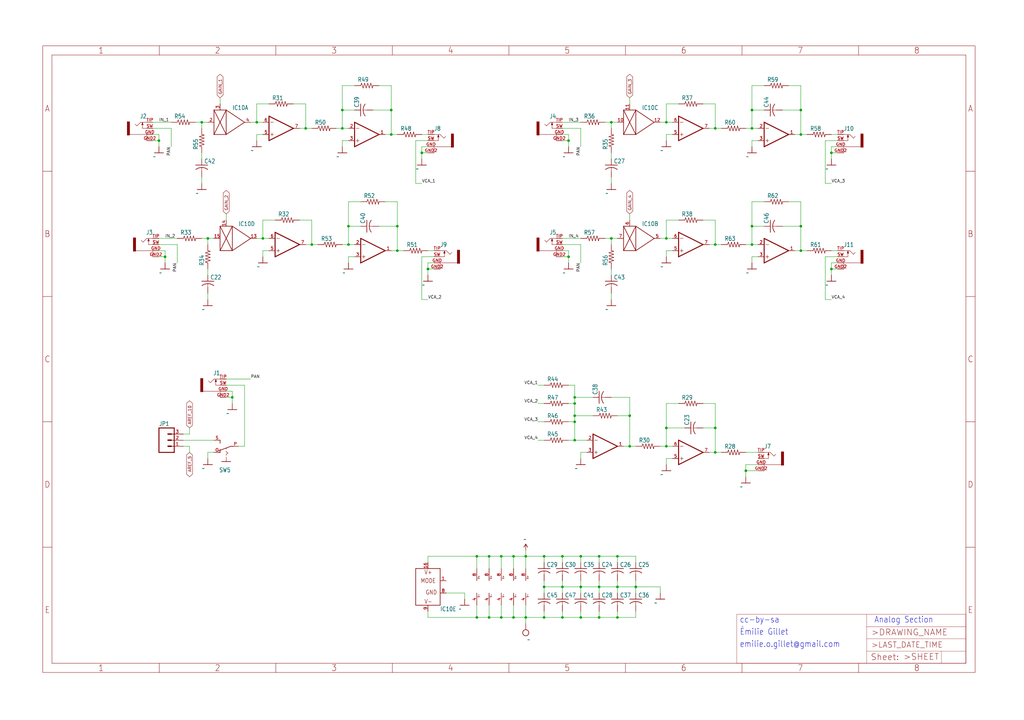
<source format=kicad_sch>
(kicad_sch (version 20211123) (generator eeschema)
  (paper "User" 425.45 299.161)
  (lib_symbols
    (symbol "frames_v03-eagle-import:A3L-LOC"
      (symbol "A3L-LOC_0_0"
        (text "1" (at 24.2094 1.905 0) (effects (font (size 2.54 2.286))))
        (text "1" (at 24.2094 258.445 0) (effects (font (size 2.54 2.286))))
        (text "2" (at 72.6281 1.905 0) (effects (font (size 2.54 2.286))))
        (text "2" (at 72.6281 258.445 0) (effects (font (size 2.54 2.286))))
        (text "3" (at 121.0469 1.905 0) (effects (font (size 2.54 2.286))))
        (text "3" (at 121.0469 258.445 0) (effects (font (size 2.54 2.286))))
        (text "4" (at 169.4656 1.905 0) (effects (font (size 2.54 2.286))))
        (text "4" (at 169.4656 258.445 0) (effects (font (size 2.54 2.286))))
        (text "5" (at 217.8844 1.905 0) (effects (font (size 2.54 2.286))))
        (text "5" (at 217.8844 258.445 0) (effects (font (size 2.54 2.286))))
        (text "6" (at 266.3031 1.905 0) (effects (font (size 2.54 2.286))))
        (text "6" (at 266.3031 258.445 0) (effects (font (size 2.54 2.286))))
        (text "7" (at 314.7219 1.905 0) (effects (font (size 2.54 2.286))))
        (text "7" (at 314.7219 258.445 0) (effects (font (size 2.54 2.286))))
        (text "8" (at 363.1406 1.905 0) (effects (font (size 2.54 2.286))))
        (text "8" (at 363.1406 258.445 0) (effects (font (size 2.54 2.286))))
        (text "A" (at 1.905 234.315 0) (effects (font (size 2.54 2.286))))
        (text "A" (at 385.445 234.315 0) (effects (font (size 2.54 2.286))))
        (text "B" (at 1.905 182.245 0) (effects (font (size 2.54 2.286))))
        (text "B" (at 385.445 182.245 0) (effects (font (size 2.54 2.286))))
        (text "C" (at 1.905 130.175 0) (effects (font (size 2.54 2.286))))
        (text "C" (at 385.445 130.175 0) (effects (font (size 2.54 2.286))))
        (text "D" (at 1.905 78.105 0) (effects (font (size 2.54 2.286))))
        (text "D" (at 385.445 78.105 0) (effects (font (size 2.54 2.286))))
        (text "E" (at 1.905 26.035 0) (effects (font (size 2.54 2.286))))
        (text "E" (at 385.445 26.035 0) (effects (font (size 2.54 2.286))))
      )
      (symbol "A3L-LOC_1_0"
        (text ">DRAWING_NAME" (at 344.17 15.24 0) (effects (font (size 2.54 2.54)) (justify left bottom)))
        (text ">LAST_DATE_TIME" (at 344.17 10.16 0) (effects (font (size 2.286 2.286)) (justify left bottom)))
        (text ">SHEET" (at 357.505 5.08 0) (effects (font (size 2.54 2.54)) (justify left bottom)))
        (text "Sheet:" (at 343.916 4.953 0) (effects (font (size 2.54 2.54)) (justify left bottom)))
      )
    )
    (symbol "frames_v03-eagle-import:C-USC0603"
      (property "Reference" "C" (at 1.016 0.635 0))
      (property "Value" "C-USC0603" (at 1.016 -4.191 0))
      (symbol "C-USC0603_1_0"
        (pin passive line (at 0 2.54 270) (length 2.54) (name "1") (number "1"))
        (pin passive line (at 0 -5.08 90) (length 2.54) (name "2") (number "2"))
      )
    )
    (symbol "frames_v03-eagle-import:GND" (power)
      (property "Value" "GND" (at -2.54 -2.54 0))
      (symbol "GND_1_0"
        (pin power_in line (at 0 2.54 270) (length 2.54) (name "GND") (number "1"))
      )
    )
    (symbol "frames_v03-eagle-import:M03PTH"
      (property "Reference" "JP" (at -2.54 5.842 0))
      (property "Value" "M03PTH" (at -2.54 -7.62 0))
      (symbol "M03PTH_1_0"
        (pin passive line (at 7.62 -2.54 180) (length 5.08) (name "1") (number "1"))
        (pin passive line (at 7.62 0 180) (length 5.08) (name "2") (number "2"))
        (pin passive line (at 7.62 2.54 180) (length 5.08) (name "3") (number "3"))
      )
    )
    (symbol "frames_v03-eagle-import:PJ301WQP"
      (property "Reference" "J" (at -2.54 4.064 0))
      (symbol "PJ301WQP_1_0"
        (pin passive line (at -5.08 -2.54 0) (length 2.54) (name "1") (number "GND"))
        (pin passive line (at -5.08 -5.08 0) (length 2.54) (name "4") (number "GND2"))
        (pin passive line (at -5.08 0 0) (length 2.54) (name "3") (number "SW"))
        (pin passive line (at -5.08 2.54 0) (length 2.54) (name "2") (number "TIP"))
      )
    )
    (symbol "frames_v03-eagle-import:R-US_R0603"
      (property "Reference" "R" (at -3.81 1.4986 0))
      (property "Value" "R-US_R0603" (at -3.81 -3.302 0))
      (symbol "R-US_R0603_1_0"
        (pin passive line (at -5.08 0 0) (length 2.54) (name "1") (number "1"))
        (pin passive line (at 5.08 0 180) (length 2.54) (name "2") (number "2"))
      )
    )
    (symbol "frames_v03-eagle-import:S-ON-ONSMALL_SLIDE"
      (property "Reference" "S" (at -6.35 -1.905 90))
      (property "Value" "S-ON-ONSMALL_SLIDE" (at -3.81 3.175 90))
      (symbol "S-ON-ONSMALL_SLIDE_1_0"
        (pin passive line (at 0 5.08 270) (length 2.54) (name "O") (number "O"))
        (pin passive line (at 2.54 -5.08 90) (length 2.54) (name "P") (number "P"))
        (pin passive line (at 5.08 5.08 270) (length 2.54) (name "S") (number "S"))
      )
    )
    (symbol "frames_v03-eagle-import:SSM2164S"
      (property "Reference" "IC" (at 5.08 -12.7 0))
      (property "Value" "SSM2164S" (at 5.08 -15.24 0))
      (symbol "SSM2164S_1_0"
        (pin input line (at -5.08 0 0) (length 2.54) (name "IN") (number "2"))
        (pin input line (at 0 7.62 270) (length 2.54) (name "CTRL") (number "3"))
        (pin output line (at 12.7 0 180) (length 2.54) (name "OUT") (number "4"))
      )
      (symbol "SSM2164S_2_0"
        (pin output line (at 12.7 0 180) (length 2.54) (name "OUT") (number "5"))
        (pin input line (at 0 7.62 270) (length 2.54) (name "CTRL") (number "6"))
        (pin input line (at -5.08 0 0) (length 2.54) (name "IN") (number "7"))
      )
      (symbol "SSM2164S_3_0"
        (pin input line (at -5.08 0 0) (length 2.54) (name "IN") (number "10"))
        (pin input line (at 0 7.62 270) (length 2.54) (name "CTRL") (number "11"))
        (pin output line (at 12.7 0 180) (length 2.54) (name "OUT") (number "12"))
      )
      (symbol "SSM2164S_4_0"
        (pin output line (at 12.7 0 180) (length 2.54) (name "OUT") (number "13"))
        (pin input line (at 0 7.62 270) (length 2.54) (name "CTRL") (number "14"))
        (pin input line (at -5.08 0 0) (length 2.54) (name "IN") (number "15"))
      )
      (symbol "SSM2164S_5_0"
        (text "GND" (at -1.016 -5.842 0) (effects (font (size 1.778 1.5113)) (justify left bottom)))
        (text "MODE" (at -3.048 -1.016 0) (effects (font (size 1.778 1.5113)) (justify left bottom)))
        (text "V+" (at -1.524 2.54 0) (effects (font (size 1.778 1.5113)) (justify left bottom)))
        (text "V-" (at -1.524 -9.652 0) (effects (font (size 1.778 1.5113)) (justify left bottom)))
        (pin input line (at 7.62 0 180) (length 2.54) (name "MODE") (number "1"))
        (pin power_in line (at 0 7.62 270) (length 2.54) (name "V+") (number "16"))
        (pin power_in line (at 7.62 -5.08 180) (length 2.54) (name "GND") (number "8"))
        (pin power_in line (at 0 -12.7 90) (length 2.54) (name "V-") (number "9"))
      )
    )
    (symbol "frames_v03-eagle-import:TL072D"
      (symbol "TL072D_1_0"
        (pin output line (at 7.62 0 180) (length 2.54) (name "OUT") (number "1"))
        (pin input line (at -7.62 -2.54 0) (length 2.54) (name "-IN") (number "2"))
        (pin input line (at -7.62 2.54 0) (length 2.54) (name "+IN") (number "3"))
      )
      (symbol "TL072D_2_0"
        (pin input line (at -7.62 2.54 0) (length 2.54) (name "+IN") (number "5"))
        (pin input line (at -7.62 -2.54 0) (length 2.54) (name "-IN") (number "6"))
        (pin output line (at 7.62 0 180) (length 2.54) (name "OUT") (number "7"))
      )
      (symbol "TL072D_3_0"
        (text "V+" (at 1.27 3.175 900) (effects (font (size 0.8128 0.6908)) (justify left bottom)))
        (text "V-" (at 1.27 -4.445 900) (effects (font (size 0.8128 0.6908)) (justify left bottom)))
        (pin power_in line (at 0 -7.62 90) (length 5.08) (name "V-") (number "4"))
        (pin power_in line (at 0 7.62 270) (length 5.08) (name "V+") (number "8"))
      )
    )
    (symbol "frames_v03-eagle-import:VCC" (power)
      (property "Value" "VCC" (at -1.016 3.556 0))
      (symbol "VCC_1_0"
        (pin power_in line (at 0 0 90) (length 2.54) (name "VCC") (number "1"))
      )
    )
    (symbol "frames_v03-eagle-import:VEE" (power)
      (property "Value" "VEE" (at -1.905 3.175 0))
      (symbol "VEE_1_0"
        (pin power_in line (at 0 -2.54 90) (length 2.54) (name "VEE") (number "1"))
      )
    )
  )
  (junction (at 264.16 243.84))
  (junction (at 345.44 111.76))
  (junction (at 256.54 243.84))
  (junction (at 162.56 55.88))
  (junction (at 203.2 231.14))
  (junction (at 208.28 256.54))
  (junction (at 332.74 93.98))
  (junction (at 238.76 175.26))
  (junction (at 332.74 45.72))
  (junction (at 86.36 99.06))
  (junction (at 297.18 53.34))
  (junction (at 312.42 45.72))
  (junction (at 213.36 256.54))
  (junction (at 218.44 256.54))
  (junction (at 256.54 231.14))
  (junction (at 175.26 63.5))
  (junction (at 254 99.06))
  (junction (at 332.74 55.88))
  (junction (at 276.86 50.8))
  (junction (at 165.1 104.14))
  (junction (at 309.88 195.58))
  (junction (at 241.3 243.84))
  (junction (at 127 53.34))
  (junction (at 312.42 93.98))
  (junction (at 226.06 256.54))
  (junction (at 226.06 243.84))
  (junction (at 165.1 93.98))
  (junction (at 83.82 50.8))
  (junction (at 248.92 243.84))
  (junction (at 261.62 185.42))
  (junction (at 236.22 106.68))
  (junction (at 332.74 104.14))
  (junction (at 256.54 256.54))
  (junction (at 254 50.8))
  (junction (at 276.86 185.42))
  (junction (at 297.18 101.6))
  (junction (at 144.78 93.98))
  (junction (at 198.12 231.14))
  (junction (at 248.92 256.54))
  (junction (at 233.68 256.54))
  (junction (at 203.2 256.54))
  (junction (at 142.24 45.72))
  (junction (at 233.68 231.14))
  (junction (at 198.12 256.54))
  (junction (at 66.04 58.42))
  (junction (at 238.76 165.1))
  (junction (at 213.36 231.14))
  (junction (at 312.42 53.34))
  (junction (at 218.44 231.14))
  (junction (at 241.3 231.14))
  (junction (at 208.28 231.14))
  (junction (at 276.86 177.8))
  (junction (at 129.54 101.6))
  (junction (at 238.76 167.64))
  (junction (at 162.56 45.72))
  (junction (at 248.92 231.14))
  (junction (at 177.8 111.76))
  (junction (at 312.42 101.6))
  (junction (at 236.22 58.42))
  (junction (at 109.22 99.06))
  (junction (at 233.68 243.84))
  (junction (at 144.78 101.6))
  (junction (at 238.76 172.72))
  (junction (at 68.58 106.68))
  (junction (at 96.52 165.1))
  (junction (at 345.44 63.5))
  (junction (at 276.86 99.06))
  (junction (at 226.06 231.14))
  (junction (at 142.24 53.34))
  (junction (at 241.3 256.54))
  (junction (at 261.62 172.72))
  (junction (at 297.18 187.96))
  (junction (at 297.18 177.8))
  (junction (at 106.68 50.8))
  (junction (at 238.76 182.88))
  (wire (pts (xy 142.24 58.42) (xy 142.24 60.96)))
  (wire (pts (xy 297.18 101.6) (xy 294.64 101.6)))
  (wire (pts (xy 154.94 45.72) (xy 162.56 45.72)))
  (wire (pts (xy 233.68 53.34) (xy 241.3 53.34)))
  (wire (pts (xy 86.36 114.3) (xy 86.36 111.76)))
  (wire (pts (xy 241.3 187.96) (xy 241.3 190.5)))
  (wire (pts (xy 147.32 45.72) (xy 142.24 45.72)))
  (wire (pts (xy 106.68 99.06) (xy 109.22 99.06)))
  (wire (pts (xy 236.22 58.42) (xy 236.22 60.96)))
  (wire (pts (xy 66.04 106.68) (xy 68.58 106.68)))
  (wire (pts (xy 93.98 160.02) (xy 101.6 160.02)))
  (wire (pts (xy 292.1 43.18) (xy 297.18 43.18)))
  (wire (pts (xy 93.98 91.44) (xy 93.98 88.9)))
  (wire (pts (xy 63.5 58.42) (xy 66.04 58.42)))
  (wire (pts (xy 248.92 243.84) (xy 248.92 246.38)))
  (wire (pts (xy 276.86 50.8) (xy 279.4 50.8)))
  (wire (pts (xy 66.04 99.06) (xy 73.66 99.06)))
  (wire (pts (xy 312.42 93.98) (xy 312.42 101.6)))
  (wire (pts (xy 175.26 55.88) (xy 177.8 55.88)))
  (wire (pts (xy 147.32 106.68) (xy 144.78 106.68)))
  (wire (pts (xy 218.44 251.46) (xy 218.44 256.54)))
  (wire (pts (xy 76.2 182.88) (xy 88.9 182.88)))
  (wire (pts (xy 111.76 104.14) (xy 109.22 104.14)))
  (wire (pts (xy 274.32 243.84) (xy 274.32 246.38)))
  (wire (pts (xy 86.36 101.6) (xy 86.36 99.06)))
  (wire (pts (xy 332.74 55.88) (xy 335.28 55.88)))
  (wire (pts (xy 238.76 172.72) (xy 238.76 175.26)))
  (wire (pts (xy 309.88 193.04) (xy 309.88 195.58)))
  (wire (pts (xy 127 53.34) (xy 129.54 53.34)))
  (wire (pts (xy 243.84 187.96) (xy 241.3 187.96)))
  (wire (pts (xy 332.74 35.56) (xy 332.74 45.72)))
  (wire (pts (xy 83.82 66.04) (xy 83.82 63.5)))
  (wire (pts (xy 297.18 101.6) (xy 299.72 101.6)))
  (wire (pts (xy 144.78 93.98) (xy 144.78 101.6)))
  (wire (pts (xy 66.04 55.88) (xy 66.04 58.42)))
  (wire (pts (xy 165.1 83.82) (xy 165.1 93.98)))
  (wire (pts (xy 109.22 55.88) (xy 106.68 55.88)))
  (wire (pts (xy 327.66 83.82) (xy 332.74 83.82)))
  (wire (pts (xy 93.98 157.48) (xy 104.14 157.48)))
  (wire (pts (xy 177.8 58.42) (xy 172.72 58.42)))
  (wire (pts (xy 63.5 53.34) (xy 71.12 53.34)))
  (wire (pts (xy 88.9 187.96) (xy 86.36 187.96)))
  (wire (pts (xy 233.68 99.06) (xy 241.3 99.06)))
  (wire (pts (xy 312.42 83.82) (xy 312.42 93.98)))
  (wire (pts (xy 81.28 50.8) (xy 83.82 50.8)))
  (wire (pts (xy 233.68 58.42) (xy 236.22 58.42)))
  (wire (pts (xy 73.66 101.6) (xy 73.66 109.22)))
  (wire (pts (xy 233.68 50.8) (xy 241.3 50.8)))
  (wire (pts (xy 332.74 93.98) (xy 332.74 104.14)))
  (wire (pts (xy 241.3 53.34) (xy 241.3 60.96)))
  (wire (pts (xy 276.86 50.8) (xy 276.86 43.18)))
  (wire (pts (xy 83.82 73.66) (xy 83.82 76.2)))
  (wire (pts (xy 264.16 256.54) (xy 264.16 254)))
  (wire (pts (xy 309.88 53.34) (xy 312.42 53.34)))
  (wire (pts (xy 226.06 160.02) (xy 223.52 160.02)))
  (wire (pts (xy 101.6 185.42) (xy 99.06 185.42)))
  (wire (pts (xy 261.62 43.18) (xy 261.62 40.64)))
  (wire (pts (xy 236.22 160.02) (xy 238.76 160.02)))
  (wire (pts (xy 233.68 256.54) (xy 233.68 254)))
  (wire (pts (xy 345.44 63.5) (xy 345.44 66.04)))
  (wire (pts (xy 297.18 91.44) (xy 297.18 101.6)))
  (wire (pts (xy 144.78 101.6) (xy 147.32 101.6)))
  (wire (pts (xy 66.04 58.42) (xy 66.04 60.96)))
  (wire (pts (xy 68.58 106.68) (xy 68.58 109.22)))
  (wire (pts (xy 142.24 53.34) (xy 144.78 53.34)))
  (wire (pts (xy 160.02 83.82) (xy 165.1 83.82)))
  (wire (pts (xy 254 50.8) (xy 256.54 50.8)))
  (wire (pts (xy 175.26 60.96) (xy 175.26 63.5)))
  (wire (pts (xy 276.86 91.44) (xy 281.94 91.44)))
  (wire (pts (xy 248.92 241.3) (xy 248.92 243.84)))
  (wire (pts (xy 256.54 246.38) (xy 256.54 243.84)))
  (wire (pts (xy 345.44 55.88) (xy 347.98 55.88)))
  (wire (pts (xy 238.76 165.1) (xy 238.76 167.64)))
  (wire (pts (xy 332.74 104.14) (xy 335.28 104.14)))
  (wire (pts (xy 345.44 111.76) (xy 345.44 114.3)))
  (wire (pts (xy 297.18 177.8) (xy 297.18 167.64)))
  (wire (pts (xy 254 165.1) (xy 261.62 165.1)))
  (wire (pts (xy 177.8 256.54) (xy 198.12 256.54)))
  (wire (pts (xy 254 53.34) (xy 254 50.8)))
  (wire (pts (xy 276.86 43.18) (xy 281.94 43.18)))
  (wire (pts (xy 241.3 101.6) (xy 241.3 109.22)))
  (wire (pts (xy 233.68 231.14) (xy 241.3 231.14)))
  (wire (pts (xy 281.94 167.64) (xy 276.86 167.64)))
  (wire (pts (xy 292.1 167.64) (xy 297.18 167.64)))
  (wire (pts (xy 109.22 99.06) (xy 111.76 99.06)))
  (wire (pts (xy 175.26 63.5) (xy 175.26 66.04)))
  (wire (pts (xy 83.82 50.8) (xy 86.36 50.8)))
  (wire (pts (xy 325.12 93.98) (xy 332.74 93.98)))
  (wire (pts (xy 347.98 111.76) (xy 345.44 111.76)))
  (wire (pts (xy 144.78 58.42) (xy 142.24 58.42)))
  (wire (pts (xy 127 101.6) (xy 129.54 101.6)))
  (wire (pts (xy 317.5 93.98) (xy 312.42 93.98)))
  (wire (pts (xy 180.34 111.76) (xy 177.8 111.76)))
  (wire (pts (xy 254 101.6) (xy 254 99.06)))
  (wire (pts (xy 251.46 50.8) (xy 254 50.8)))
  (wire (pts (xy 248.92 231.14) (xy 256.54 231.14)))
  (wire (pts (xy 177.8 63.5) (xy 175.26 63.5)))
  (wire (pts (xy 309.88 195.58) (xy 309.88 198.12)))
  (wire (pts (xy 274.32 50.8) (xy 276.86 50.8)))
  (wire (pts (xy 66.04 104.14) (xy 68.58 104.14)))
  (wire (pts (xy 213.36 256.54) (xy 208.28 256.54)))
  (wire (pts (xy 198.12 231.14) (xy 203.2 231.14)))
  (wire (pts (xy 172.72 76.2) (xy 175.26 76.2)))
  (wire (pts (xy 345.44 109.22) (xy 345.44 111.76)))
  (wire (pts (xy 248.92 256.54) (xy 256.54 256.54)))
  (wire (pts (xy 127 43.18) (xy 127 53.34)))
  (wire (pts (xy 342.9 106.68) (xy 342.9 124.46)))
  (wire (pts (xy 106.68 50.8) (xy 106.68 43.18)))
  (wire (pts (xy 345.44 104.14) (xy 347.98 104.14)))
  (wire (pts (xy 312.42 101.6) (xy 314.96 101.6)))
  (wire (pts (xy 142.24 35.56) (xy 142.24 45.72)))
  (wire (pts (xy 327.66 35.56) (xy 332.74 35.56)))
  (wire (pts (xy 347.98 109.22) (xy 345.44 109.22)))
  (wire (pts (xy 218.44 256.54) (xy 213.36 256.54)))
  (wire (pts (xy 248.92 231.14) (xy 248.92 233.68)))
  (wire (pts (xy 241.3 231.14) (xy 248.92 231.14)))
  (wire (pts (xy 68.58 104.14) (xy 68.58 106.68)))
  (wire (pts (xy 236.22 55.88) (xy 236.22 58.42)))
  (wire (pts (xy 177.8 104.14) (xy 180.34 104.14)))
  (wire (pts (xy 314.96 58.42) (xy 312.42 58.42)))
  (wire (pts (xy 299.72 187.96) (xy 297.18 187.96)))
  (wire (pts (xy 241.3 243.84) (xy 248.92 243.84)))
  (wire (pts (xy 198.12 236.22) (xy 198.12 231.14)))
  (wire (pts (xy 226.06 167.64) (xy 223.52 167.64)))
  (wire (pts (xy 213.36 236.22) (xy 213.36 231.14)))
  (wire (pts (xy 297.18 177.8) (xy 297.18 187.96)))
  (wire (pts (xy 256.54 243.84) (xy 264.16 243.84)))
  (wire (pts (xy 276.86 167.64) (xy 276.86 177.8)))
  (wire (pts (xy 342.9 76.2) (xy 345.44 76.2)))
  (wire (pts (xy 276.86 99.06) (xy 279.4 99.06)))
  (wire (pts (xy 238.76 182.88) (xy 243.84 182.88)))
  (wire (pts (xy 104.14 50.8) (xy 106.68 50.8)))
  (wire (pts (xy 177.8 233.68) (xy 177.8 231.14)))
  (wire (pts (xy 256.54 233.68) (xy 256.54 231.14)))
  (wire (pts (xy 238.76 167.64) (xy 238.76 172.72)))
  (wire (pts (xy 297.18 53.34) (xy 299.72 53.34)))
  (wire (pts (xy 218.44 231.14) (xy 226.06 231.14)))
  (wire (pts (xy 347.98 63.5) (xy 345.44 63.5)))
  (wire (pts (xy 254 99.06) (xy 256.54 99.06)))
  (wire (pts (xy 185.42 246.38) (xy 193.04 246.38)))
  (wire (pts (xy 256.54 231.14) (xy 264.16 231.14)))
  (wire (pts (xy 162.56 45.72) (xy 162.56 55.88)))
  (wire (pts (xy 241.3 243.84) (xy 241.3 246.38)))
  (wire (pts (xy 218.44 259.08) (xy 218.44 256.54)))
  (wire (pts (xy 233.68 256.54) (xy 241.3 256.54)))
  (wire (pts (xy 208.28 231.14) (xy 203.2 231.14)))
  (wire (pts (xy 241.3 233.68) (xy 241.3 231.14)))
  (wire (pts (xy 297.18 187.96) (xy 294.64 187.96)))
  (wire (pts (xy 317.5 35.56) (xy 312.42 35.56)))
  (wire (pts (xy 162.56 35.56) (xy 162.56 45.72)))
  (wire (pts (xy 279.4 104.14) (xy 276.86 104.14)))
  (wire (pts (xy 238.76 160.02) (xy 238.76 165.1)))
  (wire (pts (xy 91.44 43.18) (xy 91.44 40.64)))
  (wire (pts (xy 238.76 175.26) (xy 238.76 182.88)))
  (wire (pts (xy 261.62 185.42) (xy 264.16 185.42)))
  (wire (pts (xy 160.02 55.88) (xy 162.56 55.88)))
  (wire (pts (xy 233.68 243.84) (xy 233.68 246.38)))
  (wire (pts (xy 256.54 241.3) (xy 256.54 243.84)))
  (wire (pts (xy 342.9 124.46) (xy 345.44 124.46)))
  (wire (pts (xy 162.56 104.14) (xy 165.1 104.14)))
  (wire (pts (xy 157.48 93.98) (xy 165.1 93.98)))
  (wire (pts (xy 203.2 236.22) (xy 203.2 231.14)))
  (wire (pts (xy 241.3 241.3) (xy 241.3 243.84)))
  (wire (pts (xy 314.96 195.58) (xy 309.88 195.58)))
  (wire (pts (xy 218.44 236.22) (xy 218.44 231.14)))
  (wire (pts (xy 96.52 165.1) (xy 96.52 167.64)))
  (wire (pts (xy 83.82 53.34) (xy 83.82 50.8)))
  (wire (pts (xy 254 66.04) (xy 254 63.5)))
  (wire (pts (xy 312.42 35.56) (xy 312.42 45.72)))
  (wire (pts (xy 332.74 83.82) (xy 332.74 93.98)))
  (wire (pts (xy 312.42 106.68) (xy 312.42 109.22)))
  (wire (pts (xy 78.74 180.34) (xy 78.74 177.8)))
  (wire (pts (xy 256.54 172.72) (xy 261.62 172.72)))
  (wire (pts (xy 124.46 53.34) (xy 127 53.34)))
  (wire (pts (xy 309.88 187.96) (xy 314.96 187.96)))
  (wire (pts (xy 76.2 180.34) (xy 78.74 180.34)))
  (wire (pts (xy 139.7 53.34) (xy 142.24 53.34)))
  (wire (pts (xy 226.06 231.14) (xy 233.68 231.14)))
  (wire (pts (xy 309.88 101.6) (xy 312.42 101.6)))
  (wire (pts (xy 144.78 83.82) (xy 144.78 93.98)))
  (wire (pts (xy 226.06 256.54) (xy 226.06 254)))
  (wire (pts (xy 274.32 99.06) (xy 276.86 99.06)))
  (wire (pts (xy 86.36 99.06) (xy 88.9 99.06)))
  (wire (pts (xy 248.92 243.84) (xy 256.54 243.84)))
  (wire (pts (xy 325.12 45.72) (xy 332.74 45.72)))
  (wire (pts (xy 177.8 111.76) (xy 177.8 114.3)))
  (wire (pts (xy 226.06 243.84) (xy 226.06 246.38)))
  (wire (pts (xy 256.54 254) (xy 256.54 256.54)))
  (wire (pts (xy 218.44 256.54) (xy 226.06 256.54)))
  (wire (pts (xy 175.26 106.68) (xy 175.26 124.46)))
  (wire (pts (xy 254 114.3) (xy 254 111.76)))
  (wire (pts (xy 251.46 99.06) (xy 254 99.06)))
  (wire (pts (xy 276.86 55.88) (xy 276.86 58.42)))
  (wire (pts (xy 83.82 99.06) (xy 86.36 99.06)))
  (wire (pts (xy 106.68 43.18) (xy 111.76 43.18)))
  (wire (pts (xy 162.56 55.88) (xy 165.1 55.88)))
  (wire (pts (xy 345.44 60.96) (xy 345.44 63.5)))
  (wire (pts (xy 109.22 99.06) (xy 109.22 91.44)))
  (wire (pts (xy 226.06 256.54) (xy 233.68 256.54)))
  (wire (pts (xy 292.1 91.44) (xy 297.18 91.44)))
  (wire (pts (xy 208.28 251.46) (xy 208.28 256.54)))
  (wire (pts (xy 180.34 106.68) (xy 175.26 106.68)))
  (wire (pts (xy 198.12 256.54) (xy 203.2 256.54)))
  (wire (pts (xy 71.12 53.34) (xy 71.12 60.96)))
  (wire (pts (xy 274.32 185.42) (xy 276.86 185.42)))
  (wire (pts (xy 264.16 243.84) (xy 274.32 243.84)))
  (wire (pts (xy 347.98 60.96) (xy 345.44 60.96)))
  (wire (pts (xy 276.86 190.5) (xy 276.86 193.04)))
  (wire (pts (xy 292.1 177.8) (xy 297.18 177.8)))
  (wire (pts (xy 213.36 231.14) (xy 208.28 231.14)))
  (wire (pts (xy 177.8 109.22) (xy 177.8 111.76)))
  (wire (pts (xy 124.46 91.44) (xy 129.54 91.44)))
  (wire (pts (xy 276.86 185.42) (xy 279.4 185.42)))
  (wire (pts (xy 233.68 101.6) (xy 241.3 101.6)))
  (wire (pts (xy 226.06 231.14) (xy 226.06 233.68)))
  (wire (pts (xy 78.74 185.42) (xy 78.74 187.96)))
  (wire (pts (xy 284.48 177.8) (xy 276.86 177.8)))
  (wire (pts (xy 279.4 55.88) (xy 276.86 55.88)))
  (wire (pts (xy 177.8 254) (xy 177.8 256.54)))
  (wire (pts (xy 142.24 45.72) (xy 142.24 53.34)))
  (wire (pts (xy 193.04 246.38) (xy 193.04 248.92)))
  (wire (pts (xy 259.08 185.42) (xy 261.62 185.42)))
  (wire (pts (xy 314.96 106.68) (xy 312.42 106.68)))
  (wire (pts (xy 96.52 162.56) (xy 96.52 165.1)))
  (wire (pts (xy 233.68 241.3) (xy 233.68 243.84)))
  (wire (pts (xy 248.92 254) (xy 248.92 256.54)))
  (wire (pts (xy 142.24 101.6) (xy 144.78 101.6)))
  (wire (pts (xy 218.44 231.14) (xy 213.36 231.14)))
  (wire (pts (xy 93.98 165.1) (xy 96.52 165.1)))
  (wire (pts (xy 218.44 228.6) (xy 218.44 231.14)))
  (wire (pts (xy 294.64 53.34) (xy 297.18 53.34)))
  (wire (pts (xy 208.28 231.14) (xy 208.28 236.22)))
  (wire (pts (xy 312.42 45.72) (xy 312.42 53.34)))
  (wire (pts (xy 149.86 93.98) (xy 144.78 93.98)))
  (wire (pts (xy 317.5 45.72) (xy 312.42 45.72)))
  (wire (pts (xy 314.96 193.04) (xy 309.88 193.04)))
  (wire (pts (xy 312.42 58.42) (xy 312.42 60.96)))
  (wire (pts (xy 261.62 185.42) (xy 261.62 172.72)))
  (wire (pts (xy 157.48 35.56) (xy 162.56 35.56)))
  (wire (pts (xy 203.2 256.54) (xy 208.28 256.54)))
  (wire (pts (xy 241.3 254) (xy 241.3 256.54)))
  (wire (pts (xy 172.72 58.42) (xy 172.72 76.2)))
  (wire (pts (xy 254 73.66) (xy 254 76.2)))
  (wire (pts (xy 246.38 165.1) (xy 238.76 165.1)))
  (wire (pts (xy 312.42 53.34) (xy 314.96 53.34)))
  (wire (pts (xy 347.98 58.42) (xy 342.9 58.42)))
  (wire (pts (xy 121.92 43.18) (xy 127 43.18)))
  (wire (pts (xy 86.36 187.96) (xy 86.36 190.5)))
  (wire (pts (xy 226.06 243.84) (xy 233.68 243.84)))
  (wire (pts (xy 317.5 83.82) (xy 312.42 83.82)))
  (wire (pts (xy 109.22 104.14) (xy 109.22 106.68)))
  (wire (pts (xy 246.38 172.72) (xy 238.76 172.72)))
  (wire (pts (xy 261.62 165.1) (xy 261.62 172.72)))
  (wire (pts (xy 198.12 251.46) (xy 198.12 256.54)))
  (wire (pts (xy 180.34 109.22) (xy 177.8 109.22)))
  (wire (pts (xy 177.8 60.96) (xy 175.26 60.96)))
  (wire (pts (xy 106.68 50.8) (xy 109.22 50.8)))
  (wire (pts (xy 233.68 106.68) (xy 236.22 106.68)))
  (wire (pts (xy 101.6 160.02) (xy 101.6 185.42)))
  (wire (pts (xy 165.1 104.14) (xy 167.64 104.14)))
  (wire (pts (xy 264.16 231.14) (xy 264.16 233.68)))
  (wire (pts (xy 213.36 251.46) (xy 213.36 256.54)))
  (wire (pts (xy 106.68 55.88) (xy 106.68 58.42)))
  (wire (pts (xy 236.22 167.64) (xy 238.76 167.64)))
  (wire (pts (xy 256.54 256.54) (xy 264.16 256.54)))
  (wire (pts (xy 76.2 185.42) (xy 78.74 185.42)))
  (wire (pts (xy 203.2 251.46) (xy 203.2 256.54)))
  (wire (pts (xy 233.68 243.84) (xy 241.3 243.84)))
  (wire (pts (xy 147.32 35.56) (xy 142.24 35.56)))
  (wire (pts (xy 129.54 91.44) (xy 129.54 101.6)))
  (wire (pts (xy 129.54 101.6) (xy 132.08 101.6)))
  (wire (pts (xy 347.98 106.68) (xy 342.9 106.68)))
  (wire (pts (xy 93.98 162.56) (xy 96.52 162.56)))
  (wire (pts (xy 330.2 104.14) (xy 332.74 104.14)))
  (wire (pts (xy 276.86 177.8) (xy 276.86 185.42)))
  (wire (pts (xy 226.06 241.3) (xy 226.06 243.84)))
  (wire (pts (xy 342.9 58.42) (xy 342.9 76.2)))
  (wire (pts (xy 264.16 243.84) (xy 264.16 246.38)))
  (wire (pts (xy 144.78 106.68) (xy 144.78 109.22)))
  (wire (pts (xy 63.5 55.88) (xy 66.04 55.88)))
  (wire (pts (xy 276.86 104.14) (xy 276.86 106.68)))
  (wire (pts (xy 165.1 93.98) (xy 165.1 104.14)))
  (wire (pts (xy 149.86 83.82) (xy 144.78 83.82)))
  (wire (pts (xy 241.3 256.54) (xy 248.92 256.54)))
  (wire (pts (xy 226.06 182.88) (xy 223.52 182.88)))
  (wire (pts (xy 279.4 190.5) (xy 276.86 190.5)))
  (wire (pts (xy 236.22 175.26) (xy 238.76 175.26)))
  (wire (pts (xy 63.5 50.8) (xy 71.12 50.8)))
  (wire (pts (xy 261.62 91.44) (xy 261.62 88.9)))
  (wire (pts (xy 276.86 99.06) (xy 276.86 91.44)))
  (wire (pts (xy 109.22 91.44) (xy 114.3 91.44)))
  (wire (pts (xy 233.68 55.88) (xy 236.22 55.88)))
  (wire (pts (xy 226.06 175.26) (xy 223.52 175.26)))
  (wire (pts (xy 177.8 231.14) (xy 198.12 231.14)))
  (wire (pts (xy 330.2 55.88) (xy 332.74 55.88)))
  (wire (pts (xy 175.26 124.46) (xy 177.8 124.46)))
  (wire (pts (xy 236.22 104.14) (xy 236.22 106.68)))
  (wire (pts (xy 297.18 43.18) (xy 297.18 53.34)))
  (wire (pts (xy 236.22 182.88) (xy 238.76 182.88)))
  (wire (pts (xy 86.36 121.92) (xy 86.36 124.46)))
  (wire (pts (xy 254 121.92) (xy 254 124.46)))
  (wire (pts (xy 233.68 233.68) (xy 233.68 231.14)))
  (wire (pts (xy 264.16 241.3) (xy 264.16 243.84)))
  (wire (pts (xy 236.22 106.68) (xy 236.22 109.22)))
  (wire (pts (xy 233.68 104.14) (xy 236.22 104.14)))
  (wire (pts (xy 332.74 45.72) (xy 332.74 55.88)))
  (wire (pts (xy 66.04 101.6) (xy 73.66 101.6)))
  (text "emilie.o.gillet@gmail.com" (at 307.34 269.24 180) (effects (font (size 2.54 2.159)) (justify left bottom)))
  (text "Analog Section" (at 363.22 259.08 180) (effects (font (size 2.54 2.159)) (justify left bottom)))
  (text "Émilie Gillet" (at 307.34 264.16 180) (effects (font (size 2.54 2.159)) (justify left bottom)))
  (text "cc-by-sa" (at 307.34 259.08 180) (effects (font (size 2.54 2.159)) (justify left bottom)))
  (label "PAN" (at 241.3 109.22 270) (effects (font (size 1.2446 1.2446))))
  (label "VCA_1" (at 223.52 160.02 180) (effects (font (size 1.2446 1.2446))))
  (label "VCA_2" (at 223.52 167.64 180) (effects (font (size 1.2446 1.2446))))
  (label "VCA_2" (at 177.8 124.46 0) (effects (font (size 1.2446 1.2446))))
  (label "IN_3" (at 236.22 50.8 0) (effects (font (size 1.2446 1.2446))))
  (label "PAN" (at 71.12 60.96 270) (effects (font (size 1.2446 1.2446))))
  (label "PAN" (at 241.3 60.96 270) (effects (font (size 1.2446 1.2446))))
  (label "IN_1" (at 66.04 50.8 0) (effects (font (size 1.2446 1.2446))))
  (label "VCA_3" (at 345.44 76.2 0) (effects (font (size 1.2446 1.2446))))
  (label "IN_2" (at 68.58 99.06 0) (effects (font (size 1.2446 1.2446))))
  (label "PAN" (at 104.14 157.48 0) (effects (font (size 1.2446 1.2446))))
  (label "VCA_4" (at 223.52 182.88 180) (effects (font (size 1.2446 1.2446))))
  (label "VCA_1" (at 175.26 76.2 0) (effects (font (size 1.2446 1.2446))))
  (label "IN_4" (at 236.22 99.06 0) (effects (font (size 1.2446 1.2446))))
  (label "VCA_3" (at 223.52 175.26 180) (effects (font (size 1.2446 1.2446))))
  (label "VCA_4" (at 345.44 124.46 0) (effects (font (size 1.2446 1.2446))))
  (label "PAN" (at 73.66 109.22 270) (effects (font (size 1.2446 1.2446))))
  (global_label "AREF_5" (shape bidirectional) (at 78.74 187.96 270) (effects (font (size 1.2446 1.2446))) (property "Intersheet References" "${INTERSHEET_REFS}" (effects hide)))
  (global_label "GAIN_2" (shape bidirectional) (at 93.98 88.9 90) (effects (font (size 1.2446 1.2446))) (property "Intersheet References" "${INTERSHEET_REFS}" (effects hide)))
  (global_label "GAIN_4" (shape bidirectional) (at 261.62 88.9 90) (effects (font (size 1.2446 1.2446))) (property "Intersheet References" "${INTERSHEET_REFS}" (effects hide)))
  (global_label "GAIN_1" (shape bidirectional) (at 91.44 40.64 90) (effects (font (size 1.2446 1.2446))) (property "Intersheet References" "${INTERSHEET_REFS}" (effects hide)))
  (global_label "GAIN_3" (shape bidirectional) (at 261.62 40.64 90) (effects (font (size 1.2446 1.2446))) (property "Intersheet References" "${INTERSHEET_REFS}" (effects hide)))
  (global_label "AREF_10" (shape bidirectional) (at 78.74 177.8 90) (effects (font (size 1.2446 1.2446))) (property "Intersheet References" "${INTERSHEET_REFS}" (effects hide)))
  (symbol (lib_id "frames_v03-eagle-import:R-US_R0603") (at 254 58.42 90) (unit 1)
    (property "Reference" "R35" (at 252.5014 62.23 0) (effects (font (size 1.778 1.5113)) (justify left bottom)))
  )
  (symbol (lib_id "frames_v03-eagle-import:R-US_R0603") (at 287.02 43.18 0) (unit 1)
    (property "Reference" "R37" (at 283.21 41.6814 0) (effects (font (size 1.778 1.5113)) (justify left bottom)))
  )
  (symbol (lib_id "frames_v03-eagle-import:R-US_R0603") (at 322.58 83.82 0) (unit 1)
    (property "Reference" "R62" (at 318.77 82.3214 0) (effects (font (size 1.778 1.5113)) (justify left bottom)))
  )
  (symbol (lib_id "frames_v03-eagle-import:C-USC0603") (at 152.4 93.98 90) (unit 1)
    (property "Reference" "C40" (at 151.765 92.964 0) (effects (font (size 1.778 1.5113)) (justify left bottom)))
  )
  (symbol (lib_id "frames_v03-eagle-import:GND") (at 96.52 170.18 0) (unit 1)
    (property "Reference" "#GND13" (effects hide))
  )
  (symbol (lib_id "frames_v03-eagle-import:C-USC0603") (at 264.16 236.22 0) (unit 1)
    (property "Reference" "C25" (at 265.176 235.585 0) (effects (font (size 1.778 1.5113)) (justify left bottom)))
  )
  (symbol (lib_id "frames_v03-eagle-import:PJ301WQP") (at 60.96 101.6 0) (mirror y) (unit 1)
    (property "Reference" "J3" (at 63.5 97.536 0) (effects (font (size 1.778 1.5113)) (justify left bottom)))
  )
  (symbol (lib_id "frames_v03-eagle-import:C-USC0603") (at 254 68.58 0) (unit 1)
    (property "Reference" "C27" (at 255.016 67.945 0) (effects (font (size 1.778 1.5113)) (justify left bottom)))
  )
  (symbol (lib_id "frames_v03-eagle-import:M03PTH") (at 68.58 182.88 0) (unit 1)
    (property "Reference" "JP1" (at 66.04 177.038 0) (effects (font (size 1.778 1.5113)) (justify left bottom)))
  )
  (symbol (lib_id "frames_v03-eagle-import:R-US_R0603") (at 86.36 106.68 90) (unit 1)
    (property "Reference" "R34" (at 84.8614 110.49 0) (effects (font (size 1.778 1.5113)) (justify left bottom)))
  )
  (symbol (lib_id "frames_v03-eagle-import:GND") (at 177.8 116.84 0) (unit 1)
    (property "Reference" "#GND23" (effects hide))
  )
  (symbol (lib_id "frames_v03-eagle-import:R-US_R0603") (at 119.38 91.44 0) (unit 1)
    (property "Reference" "R32" (at 115.57 89.9414 0) (effects (font (size 1.778 1.5113)) (justify left bottom)))
  )
  (symbol (lib_id "frames_v03-eagle-import:R-US_R0603") (at 287.02 91.44 0) (unit 1)
    (property "Reference" "R38" (at 283.21 89.9414 0) (effects (font (size 1.778 1.5113)) (justify left bottom)))
  )
  (symbol (lib_id "frames_v03-eagle-import:C-USC0603") (at 83.82 68.58 0) (unit 1)
    (property "Reference" "C42" (at 84.836 67.945 0) (effects (font (size 1.778 1.5113)) (justify left bottom)))
  )
  (symbol (lib_id "frames_v03-eagle-import:C-USC0603") (at 233.68 236.22 0) (unit 1)
    (property "Reference" "C30" (at 234.696 235.585 0) (effects (font (size 1.778 1.5113)) (justify left bottom)))
  )
  (symbol (lib_id "frames_v03-eagle-import:GND") (at 312.42 111.76 0) (unit 1)
    (property "Reference" "#GND32" (effects hide))
  )
  (symbol (lib_id "frames_v03-eagle-import:GND") (at 68.58 111.76 0) (unit 1)
    (property "Reference" "#GND19" (effects hide))
  )
  (symbol (lib_id "frames_v03-eagle-import:R-US_R0603") (at 251.46 172.72 0) (unit 1)
    (property "Reference" "R43" (at 247.65 171.2214 0) (effects (font (size 1.778 1.5113)) (justify left bottom)))
  )
  (symbol (lib_id "frames_v03-eagle-import:C-USC0603") (at 320.04 93.98 90) (unit 1)
    (property "Reference" "C46" (at 319.405 92.964 0) (effects (font (size 1.778 1.5113)) (justify left bottom)))
  )
  (symbol (lib_id "frames_v03-eagle-import:GND") (at 276.86 60.96 0) (unit 1)
    (property "Reference" "#GND26" (effects hide))
  )
  (symbol (lib_id "frames_v03-eagle-import:SSM2164S") (at 93.98 99.06 0) (unit 4)
    (property "Reference" "IC10" (at 99.06 93.98 0) (effects (font (size 1.778 1.5113)) (justify left bottom)))
  )
  (symbol (lib_id "frames_v03-eagle-import:C-USC0603") (at 226.06 236.22 0) (unit 1)
    (property "Reference" "C29" (at 227.076 235.585 0) (effects (font (size 1.778 1.5113)) (justify left bottom)))
  )
  (symbol (lib_id "frames_v03-eagle-import:R-US_R0603") (at 269.24 185.42 0) (unit 1)
    (property "Reference" "R30" (at 265.43 183.9214 0) (effects (font (size 1.778 1.5113)) (justify left bottom)))
  )
  (symbol (lib_id "frames_v03-eagle-import:TL072D") (at 198.12 243.84 0) (unit 3)
    (property "Reference" "IC7" (effects hide))
  )
  (symbol (lib_id "frames_v03-eagle-import:R-US_R0603") (at 287.02 167.64 0) (unit 1)
    (property "Reference" "R29" (at 283.21 166.1414 0) (effects (font (size 1.778 1.5113)) (justify left bottom)))
  )
  (symbol (lib_id "frames_v03-eagle-import:GND") (at 254 78.74 0) (unit 1)
    (property "Reference" "#GND24" (effects hide))
  )
  (symbol (lib_id "frames_v03-eagle-import:SSM2164S") (at 261.62 99.06 0) (unit 2)
    (property "Reference" "IC10" (at 266.7 93.98 0) (effects (font (size 1.778 1.5113)) (justify left bottom)))
  )
  (symbol (lib_id "frames_v03-eagle-import:R-US_R0603") (at 322.58 35.56 0) (unit 1)
    (property "Reference" "R59" (at 318.77 34.0614 0) (effects (font (size 1.778 1.5113)) (justify left bottom)))
  )
  (symbol (lib_id "frames_v03-eagle-import:TL072D") (at 208.28 243.84 0) (unit 3)
    (property "Reference" "IC8" (effects hide))
  )
  (symbol (lib_id "frames_v03-eagle-import:C-USC0603") (at 248.92 165.1 90) (unit 1)
    (property "Reference" "C38" (at 248.285 164.084 0) (effects (font (size 1.778 1.5113)) (justify left bottom)))
  )
  (symbol (lib_id "frames_v03-eagle-import:TL072D") (at 203.2 243.84 0) (unit 3)
    (property "Reference" "IC12" (effects hide))
  )
  (symbol (lib_id "frames_v03-eagle-import:GND") (at 241.3 193.04 0) (unit 1)
    (property "Reference" "#GND42" (effects hide))
  )
  (symbol (lib_id "frames_v03-eagle-import:R-US_R0603") (at 304.8 53.34 0) (unit 1)
    (property "Reference" "R60" (at 300.99 51.8414 0) (effects (font (size 1.778 1.5113)) (justify left bottom)))
  )
  (symbol (lib_id "frames_v03-eagle-import:A3L-LOC") (at 17.78 279.4 0) (unit 1)
    (property "Reference" "#FRAME3" (effects hide))
  )
  (symbol (lib_id "frames_v03-eagle-import:R-US_R0603") (at 304.8 187.96 0) (unit 1)
    (property "Reference" "R28" (at 300.99 186.4614 0) (effects (font (size 1.778 1.5113)) (justify left bottom)))
  )
  (symbol (lib_id "frames_v03-eagle-import:TL072D") (at 322.58 104.14 0) (mirror x) (unit 1)
    (property "Reference" "IC12" (effects hide))
  )
  (symbol (lib_id "frames_v03-eagle-import:VEE") (at 218.44 261.62 180) (unit 1)
    (property "Reference" "#SUPPLY5" (effects hide))
  )
  (symbol (lib_id "frames_v03-eagle-import:TL072D") (at 119.38 101.6 0) (mirror x) (unit 2)
    (property "Reference" "IC9" (effects hide))
  )
  (symbol (lib_id "frames_v03-eagle-import:GND") (at 66.04 63.5 0) (unit 1)
    (property "Reference" "#GND14" (effects hide))
  )
  (symbol (lib_id "frames_v03-eagle-import:R-US_R0603") (at 231.14 175.26 0) (unit 1)
    (property "Reference" "R46" (at 227.33 173.7614 0) (effects (font (size 1.778 1.5113)) (justify left bottom)))
  )
  (symbol (lib_id "frames_v03-eagle-import:R-US_R0603") (at 76.2 50.8 0) (unit 1)
    (property "Reference" "R54" (at 72.39 49.3014 0) (effects (font (size 1.778 1.5113)) (justify left bottom)))
  )
  (symbol (lib_id "frames_v03-eagle-import:GND") (at 86.36 127 0) (unit 1)
    (property "Reference" "#GND18" (effects hide))
  )
  (symbol (lib_id "frames_v03-eagle-import:PJ301WQP") (at 228.6 101.6 0) (mirror y) (unit 1)
    (property "Reference" "J5" (at 231.14 97.536 0) (effects (font (size 1.778 1.5113)) (justify left bottom)))
  )
  (symbol (lib_id "frames_v03-eagle-import:TL072D") (at 322.58 55.88 0) (mirror x) (unit 1)
    (property "Reference" "IC11" (effects hide))
  )
  (symbol (lib_id "frames_v03-eagle-import:PJ301WQP") (at 353.06 58.42 0) (unit 1)
    (property "Reference" "J10" (at 350.52 54.356 0) (effects (font (size 1.778 1.5113)) (justify left bottom)))
  )
  (symbol (lib_id "frames_v03-eagle-import:GND") (at 345.44 116.84 0) (unit 1)
    (property "Reference" "#GND37" (effects hide))
  )
  (symbol (lib_id "frames_v03-eagle-import:PJ301WQP") (at 182.88 58.42 0) (unit 1)
    (property "Reference" "J8" (at 180.34 54.356 0) (effects (font (size 1.778 1.5113)) (justify left bottom)))
  )
  (symbol (lib_id "frames_v03-eagle-import:R-US_R0603") (at 116.84 43.18 0) (unit 1)
    (property "Reference" "R31" (at 113.03 41.6814 0) (effects (font (size 1.778 1.5113)) (justify left bottom)))
  )
  (symbol (lib_id "frames_v03-eagle-import:GND") (at 236.22 111.76 0) (unit 1)
    (property "Reference" "#GND30" (effects hide))
  )
  (symbol (lib_id "frames_v03-eagle-import:R-US_R0603") (at 78.74 99.06 0) (unit 1)
    (property "Reference" "R33" (at 74.93 97.5614 0) (effects (font (size 1.778 1.5113)) (justify left bottom)))
  )
  (symbol (lib_id "frames_v03-eagle-import:C-USC0603") (at 254 116.84 0) (unit 1)
    (property "Reference" "C43" (at 255.016 116.205 0) (effects (font (size 1.778 1.5113)) (justify left bottom)))
  )
  (symbol (lib_id "frames_v03-eagle-import:TL072D") (at 287.02 53.34 0) (mirror x) (unit 2)
    (property "Reference" "IC11" (effects hide))
  )
  (symbol (lib_id "frames_v03-eagle-import:TL072D") (at 287.02 187.96 0) (mirror x) (unit 2)
    (property "Reference" "IC7" (effects hide))
  )
  (symbol (lib_id "frames_v03-eagle-import:R-US_R0603") (at 246.38 99.06 0) (unit 1)
    (property "Reference" "R57" (at 242.57 97.5614 0) (effects (font (size 1.778 1.5113)) (justify left bottom)))
  )
  (symbol (lib_id "frames_v03-eagle-import:R-US_R0603") (at 154.94 83.82 0) (unit 1)
    (property "Reference" "R52" (at 151.13 82.3214 0) (effects (font (size 1.778 1.5113)) (justify left bottom)))
  )
  (symbol (lib_id "frames_v03-eagle-import:TL072D") (at 251.46 185.42 0) (mirror x) (unit 1)
    (property "Reference" "IC7" (effects hide))
  )
  (symbol (lib_id "frames_v03-eagle-import:R-US_R0603") (at 172.72 104.14 0) (unit 1)
    (property "Reference" "R51" (at 168.91 102.6414 0) (effects (font (size 1.778 1.5113)) (justify left bottom)))
  )
  (symbol (lib_id "frames_v03-eagle-import:GND") (at 106.68 60.96 0) (unit 1)
    (property "Reference" "#GND15" (effects hide))
  )
  (symbol (lib_id "frames_v03-eagle-import:R-US_R0603") (at 340.36 55.88 0) (unit 1)
    (property "Reference" "R58" (at 336.55 54.3814 0) (effects (font (size 1.778 1.5113)) (justify left bottom)))
  )
  (symbol (lib_id "frames_v03-eagle-import:GND") (at 86.36 193.04 0) (unit 1)
    (property "Reference" "#GND70" (effects hide))
  )
  (symbol (lib_id "frames_v03-eagle-import:C-USC0603") (at 256.54 236.22 0) (unit 1)
    (property "Reference" "C26" (at 257.556 235.585 0) (effects (font (size 1.778 1.5113)) (justify left bottom)))
  )
  (symbol (lib_id "frames_v03-eagle-import:C-USC0603") (at 248.92 236.22 0) (unit 1)
    (property "Reference" "C24" (at 249.936 235.585 0) (effects (font (size 1.778 1.5113)) (justify left bottom)))
  )
  (symbol (lib_id "frames_v03-eagle-import:R-US_R0603") (at 246.38 50.8 0) (unit 1)
    (property "Reference" "R36" (at 242.57 49.3014 0) (effects (font (size 1.778 1.5113)) (justify left bottom)))
  )
  (symbol (lib_id "frames_v03-eagle-import:C-USC0603") (at 287.02 177.8 90) (unit 1)
    (property "Reference" "C23" (at 286.385 176.784 0) (effects (font (size 1.778 1.5113)) (justify left bottom)))
  )
  (symbol (lib_id "frames_v03-eagle-import:PJ301WQP") (at 185.42 106.68 0) (unit 1)
    (property "Reference" "J9" (at 182.88 102.616 0) (effects (font (size 1.778 1.5113)) (justify left bottom)))
  )
  (symbol (lib_id "frames_v03-eagle-import:C-USC0603") (at 264.16 248.92 0) (unit 1)
    (property "Reference" "C36" (at 265.176 248.285 0) (effects (font (size 1.778 1.5113)) (justify left bottom)))
  )
  (symbol (lib_id "frames_v03-eagle-import:GND") (at 109.22 109.22 0) (unit 1)
    (property "Reference" "#GND20" (effects hide))
  )
  (symbol (lib_id "frames_v03-eagle-import:GND") (at 276.86 195.58 0) (unit 1)
    (property "Reference" "#GND45" (effects hide))
  )
  (symbol (lib_id "frames_v03-eagle-import:GND") (at 193.04 251.46 0) (unit 1)
    (property "Reference" "#GND49" (effects hide))
  )
  (symbol (lib_id "frames_v03-eagle-import:GND") (at 274.32 248.92 0) (unit 1)
    (property "Reference" "#GND38" (effects hide))
  )
  (symbol (lib_id "frames_v03-eagle-import:TL072D") (at 213.36 243.84 0) (unit 3)
    (property "Reference" "IC11" (effects hide))
  )
  (symbol (lib_id "frames_v03-eagle-import:GND") (at 276.86 109.22 0) (unit 1)
    (property "Reference" "#GND31" (effects hide))
  )
  (symbol (lib_id "frames_v03-eagle-import:S-ON-ONSMALL_SLIDE") (at 93.98 187.96 90) (unit 1)
    (property "Reference" "SW5" (at 95.885 194.31 90) (effects (font (size 1.778 1.5113)) (justify left bottom)))
  )
  (symbol (lib_id "frames_v03-eagle-import:C-USC0603") (at 149.86 45.72 90) (unit 1)
    (property "Reference" "C39" (at 149.225 44.704 0) (effects (font (size 1.778 1.5113)) (justify left bottom)))
  )
  (symbol (lib_id "frames_v03-eagle-import:GND") (at 142.24 63.5 0) (unit 1)
    (property "Reference" "#GND16" (effects hide))
  )
  (symbol (lib_id "frames_v03-eagle-import:GND") (at 254 127 0) (unit 1)
    (property "Reference" "#GND21" (effects hide))
  )
  (symbol (lib_id "frames_v03-eagle-import:R-US_R0603") (at 304.8 101.6 0) (unit 1)
    (property "Reference" "R63" (at 300.99 100.1014 0) (effects (font (size 1.778 1.5113)) (justify left bottom)))
  )
  (symbol (lib_id "frames_v03-eagle-import:GND") (at 309.88 200.66 0) (unit 1)
    (property "Reference" "#GND44" (effects hide))
  )
  (symbol (lib_id "frames_v03-eagle-import:R-US_R0603") (at 231.14 160.02 0) (unit 1)
    (property "Reference" "R44" (at 227.33 158.5214 0) (effects (font (size 1.778 1.5113)) (justify left bottom)))
  )
  (symbol (lib_id "frames_v03-eagle-import:R-US_R0603") (at 254 106.68 90) (unit 1)
    (property "Reference" "R56" (at 252.5014 110.49 0) (effects (font (size 1.778 1.5113)) (justify left bottom)))
  )
  (symbol (lib_id "frames_v03-eagle-import:R-US_R0603") (at 231.14 182.88 0) (unit 1)
    (property "Reference" "R45" (at 227.33 181.3814 0) (effects (font (size 1.778 1.5113)) (justify left bottom)))
  )
  (symbol (lib_id "frames_v03-eagle-import:R-US_R0603") (at 137.16 101.6 0) (unit 1)
    (property "Reference" "R53" (at 133.35 100.1014 0) (effects (font (size 1.778 1.5113)) (justify left bottom)))
  )
  (symbol (lib_id "frames_v03-eagle-import:GND") (at 175.26 68.58 0) (unit 1)
    (property "Reference" "#GND17" (effects hide))
  )
  (symbol (lib_id "frames_v03-eagle-import:C-USC0603") (at 320.04 45.72 90) (unit 1)
    (property "Reference" "C44" (at 319.405 44.704 0) (effects (font (size 1.778 1.5113)) (justify left bottom)))
  )
  (symbol (lib_id "frames_v03-eagle-import:R-US_R0603") (at 83.82 58.42 90) (unit 1)
    (property "Reference" "R55" (at 82.3214 62.23 0) (effects (font (size 1.778 1.5113)) (justify left bottom)))
  )
  (symbol (lib_id "frames_v03-eagle-import:C-USC0603") (at 248.92 248.92 0) (unit 1)
    (property "Reference" "C28" (at 249.936 248.285 0) (effects (font (size 1.778 1.5113)) (justify left bottom)))
  )
  (symbol (lib_id "frames_v03-eagle-import:R-US_R0603") (at 231.14 167.64 0) (unit 1)
    (property "Reference" "R47" (at 227.33 166.1414 0) (effects (font (size 1.778 1.5113)) (justify left bottom)))
  )
  (symbol (lib_id "frames_v03-eagle-import:GND") (at 312.42 63.5 0) (unit 1)
    (property "Reference" "#GND28" (effects hide))
  )
  (symbol (lib_id "frames_v03-eagle-import:R-US_R0603") (at 134.62 53.34 0) (unit 1)
    (property "Reference" "R50" (at 130.81 51.8414 0) (effects (font (size 1.778 1.5113)) (justify left bottom)))
  )
  (symbol (lib_id "frames_v03-eagle-import:PJ301WQP") (at 88.9 160.02 0) (mirror y) (unit 1)
    (property "Reference" "J1" (at 91.44 155.956 0) (effects (font (size 1.778 1.5113)) (justify left bottom)))
  )
  (symbol (lib_id "frames_v03-eagle-import:SSM2164S") (at 261.62 50.8 0) (unit 3)
    (property "Reference" "IC10" (at 266.7 45.72 0) (effects (font (size 1.778 1.5113)) (justify left bottom)))
  )
  (symbol (lib_id "frames_v03-eagle-import:C-USC0603") (at 86.36 116.84 0) (unit 1)
    (property "Reference" "C22" (at 87.376 116.205 0) (effects (font (size 1.778 1.5113)) (justify left bottom)))
  )
  (symbol (lib_id "frames_v03-eagle-import:VCC") (at 218.44 228.6 0) (unit 1)
    (property "Reference" "#P+7" (effects hide))
  )
  (symbol (lib_id "frames_v03-eagle-import:GND") (at 144.78 111.76 0) (unit 1)
    (property "Reference" "#GND22" (effects hide))
  )
  (symbol (lib_id "frames_v03-eagle-import:GND") (at 345.44 68.58 0) (unit 1)
    (property "Reference" "#GND29" (effects hide))
  )
  (symbol (lib_id "frames_v03-eagle-import:TL072D") (at 154.94 104.14 0) (mirror x) (unit 1)
    (property "Reference" "IC9" (effects hide))
  )
  (symbol (lib_id "frames_v03-eagle-import:C-USC0603") (at 233.68 248.92 0) (unit 1)
    (property "Reference" "C47" (at 234.696 248.285 0) (effects (font (size 1.778 1.5113)) (justify left bottom)))
  )
  (symbol (lib_id "frames_v03-eagle-import:C-USC0603") (at 241.3 236.22 0) (unit 1)
    (property "Reference" "C35" (at 242.316 235.585 0) (effects (font (size 1.778 1.5113)) (justify left bottom)))
  )
  (symbol (lib_id "frames_v03-eagle-import:R-US_R0603") (at 340.36 104.14 0) (unit 1)
    (property "Reference" "R61" (at 336.55 102.6414 0) (effects (font (size 1.778 1.5113)) (justify left bottom)))
  )
  (symbol (lib_id "frames_v03-eagle-import:C-USC0603") (at 241.3 248.92 0) (unit 1)
    (property "Reference" "C41" (at 242.316 248.285 0) (effects (font (size 1.778 1.5113)) (justify left bottom)))
  )
  (symbol (lib_id "frames_v03-eagle-import:C-USC0603") (at 226.06 248.92 0) (unit 1)
    (property "Reference" "C45" (at 227.076 248.285 0) (effects (font (size 1.778 1.5113)) (justify left bottom)))
  )
  (symbol (lib_id "frames_v03-eagle-import:TL072D") (at 218.44 243.84 0) (unit 3)
    (property "Reference" "IC9" (effects hide))
  )
  (symbol (lib_id "frames_v03-eagle-import:SSM2164S") (at 177.8 241.3 0) (unit 5)
    (property "Reference" "IC10" (at 182.88 254 0) (effects (font (size 1.778 1.5113)) (justify left bottom)))
  )
  (symbol (lib_id "frames_v03-eagle-import:GND") (at 236.22 63.5 0) (unit 1)
    (property "Reference" "#GND25" (effects hide))
  )
  (symbol (lib_id "frames_v03-eagle-import:GND") (at 83.82 78.74 0) (unit 1)
    (property "Reference" "#GND12" (effects hide))
  )
  (symbol (lib_id "frames_v03-eagle-import:TL072D") (at 287.02 101.6 0) (mirror x) (unit 2)
    (property "Reference" "IC12" (effects hide))
  )
  (symbol (lib_id "frames_v03-eagle-import:PJ301WQP") (at 353.06 106.68 0) (unit 1)
    (property "Reference" "J11" (at 350.52 102.616 0) (effects (font (size 1.778 1.5113)) (justify left bottom)))
  )
  (symbol (lib_id "frames_v03-eagle-import:PJ301WQP") (at 320.04 190.5 0) (unit 1)
    (property "Reference" "J7" (at 317.5 186.436 0) (effects (font (size 1.778 1.5113)) (justify left bottom)))
  )
  (symbol (lib_id "frames_v03-eagle-import:R-US_R0603") (at 170.18 55.88 0) (unit 1)
    (property "Reference" "R48" (at 166.37 54.3814 0) (effects (font (size 1.778 1.5113)) (justify left bottom)))
  )
  (symbol (lib_id "frames_v03-eagle-import:PJ301WQP") (at 58.42 53.34 0) (mirror y) (unit 1)
    (property "Reference" "J2" (at 60.96 49.276 0) (effects (font (size 1.778 1.5113)) (justify left bottom)))
  )
  (symbol (lib_id "frames_v03-eagle-import:PJ301WQP") (at 228.6 53.34 0) (mirror y) (unit 1)
    (property "Reference" "J4" (at 231.14 49.276 0) (effects (font (size 1.778 1.5113)) (justify left bottom)))
  )
  (symbol (lib_id "frames_v03-eagle-import:TL072D") (at 116.84 53.34 0) (mirror x) (unit 2)
    (property "Reference" "IC8" (effects hide))
  )
  (symbol (lib_id "frames_v03-eagle-import:R-US_R0603") (at 152.4 35.56 0) (unit 1)
    (property "Reference" "R49" (at 148.59 34.0614 0) (effects (font (size 1.778 1.5113)) (justify left bottom)))
  )
  (symbol (lib_id "frames_v03-eagle-import:TL072D") (at 152.4 55.88 0) (mirror x) (unit 1)
    (property "Reference" "IC8" (effects hide))
  )
  (symbol (lib_id "frames_v03-eagle-import:C-USC0603") (at 256.54 248.92 0) (unit 1)
    (property "Reference" "C37" (at 257.556 248.285 0) (effects (font (size 1.778 1.5113)) (justify left bottom)))
  )
  (symbol (lib_id "frames_v03-eagle-import:SSM2164S") (at 91.44 50.8 0) (unit 1)
    (property "Reference" "IC10" (at 96.52 45.72 0) (effects (font (size 1.778 1.5113)) (justify left bottom)))
  )
)
</source>
